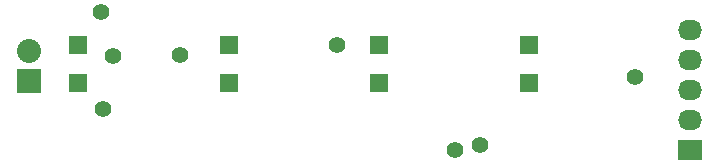
<source format=gbs>
G04 #@! TF.FileFunction,Soldermask,Bot*
%FSLAX46Y46*%
G04 Gerber Fmt 4.6, Leading zero omitted, Abs format (unit mm)*
G04 Created by KiCad (PCBNEW (2015-01-29 BZR 5396)-product) date 5/25/2015 5:42:28 PM*
%MOMM*%
G01*
G04 APERTURE LIST*
%ADD10C,0.100000*%
%ADD11R,1.500000X1.500000*%
%ADD12R,2.032000X2.032000*%
%ADD13O,2.032000X2.032000*%
%ADD14R,2.032000X1.727200*%
%ADD15O,2.032000X1.727200*%
%ADD16C,1.397000*%
G04 APERTURE END LIST*
D10*
D11*
X96340000Y-92340000D03*
X96340000Y-89140000D03*
X109080000Y-92340000D03*
X109080000Y-89140000D03*
X121760000Y-92340000D03*
X121760000Y-89140000D03*
X134450000Y-92340000D03*
X134450000Y-89140000D03*
D12*
X92160000Y-92160000D03*
D13*
X92160000Y-89620000D03*
D14*
X148090000Y-98030000D03*
D15*
X148090000Y-95490000D03*
X148090000Y-92950000D03*
X148090000Y-90410000D03*
X148090000Y-87870000D03*
D16*
X98430000Y-94590000D03*
X99280000Y-90080000D03*
X98260000Y-86330000D03*
X128180000Y-98080000D03*
X130340000Y-97590000D03*
X118190000Y-89170000D03*
X104950000Y-89960000D03*
X143480000Y-91900000D03*
M02*

</source>
